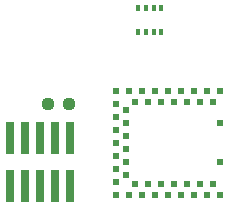
<source format=gbr>
%TF.GenerationSoftware,KiCad,Pcbnew,7.0.8*%
%TF.CreationDate,2024-06-12T17:23:09-04:00*%
%TF.ProjectId,BLERoomSensore,424c4552-6f6f-46d5-9365-6e736f72652e,rev?*%
%TF.SameCoordinates,Original*%
%TF.FileFunction,Paste,Top*%
%TF.FilePolarity,Positive*%
%FSLAX46Y46*%
G04 Gerber Fmt 4.6, Leading zero omitted, Abs format (unit mm)*
G04 Created by KiCad (PCBNEW 7.0.8) date 2024-06-12 17:23:09*
%MOMM*%
%LPD*%
G01*
G04 APERTURE LIST*
G04 Aperture macros list*
%AMRoundRect*
0 Rectangle with rounded corners*
0 $1 Rounding radius*
0 $2 $3 $4 $5 $6 $7 $8 $9 X,Y pos of 4 corners*
0 Add a 4 corners polygon primitive as box body*
4,1,4,$2,$3,$4,$5,$6,$7,$8,$9,$2,$3,0*
0 Add four circle primitives for the rounded corners*
1,1,$1+$1,$2,$3*
1,1,$1+$1,$4,$5*
1,1,$1+$1,$6,$7*
1,1,$1+$1,$8,$9*
0 Add four rect primitives between the rounded corners*
20,1,$1+$1,$2,$3,$4,$5,0*
20,1,$1+$1,$4,$5,$6,$7,0*
20,1,$1+$1,$6,$7,$8,$9,0*
20,1,$1+$1,$8,$9,$2,$3,0*%
G04 Aperture macros list end*
%ADD10R,0.508000X0.508000*%
%ADD11RoundRect,0.237500X-0.250000X-0.237500X0.250000X-0.237500X0.250000X0.237500X-0.250000X0.237500X0*%
%ADD12R,0.740000X2.790000*%
%ADD13R,0.350000X0.500000*%
G04 APERTURE END LIST*
D10*
%TO.C,U3*%
X150686001Y-78302401D03*
X149586001Y-78302401D03*
X148486001Y-78302401D03*
X147386000Y-78302401D03*
X146286000Y-78302401D03*
X145186000Y-78302401D03*
X144085999Y-78302401D03*
X142985999Y-78302401D03*
X141885999Y-78302401D03*
X141886000Y-79402399D03*
X141886000Y-80502399D03*
X141886000Y-81602400D03*
X141886000Y-82702400D03*
X141886000Y-83802400D03*
X141886000Y-84902401D03*
X141886000Y-86002401D03*
X141885999Y-87102399D03*
X142985999Y-87102399D03*
X144085999Y-87102399D03*
X145186000Y-87102399D03*
X146286000Y-87102399D03*
X147386000Y-87102399D03*
X148486001Y-87102399D03*
X149586001Y-87102399D03*
X150686001Y-87102399D03*
X150136001Y-79202401D03*
X149036001Y-79202401D03*
X147936001Y-79202401D03*
X146836000Y-79202401D03*
X145736000Y-79202401D03*
X144636000Y-79202401D03*
X143535999Y-79202401D03*
X143535999Y-86202399D03*
X144636000Y-86202399D03*
X145736000Y-86202399D03*
X146836000Y-86202399D03*
X147936001Y-86202399D03*
X149036001Y-86202399D03*
X150136001Y-86202399D03*
X142786000Y-79952399D03*
X142786000Y-81052399D03*
X142786000Y-82152400D03*
X142786000Y-83252400D03*
X142786000Y-84352400D03*
X142786000Y-85452401D03*
X150686001Y-81052400D03*
X150686001Y-84352400D03*
%TD*%
D11*
%TO.C,R1*%
X136145900Y-79375000D03*
X137970900Y-79375000D03*
%TD*%
D12*
%TO.C,J1*%
X137998200Y-82245200D03*
X137998200Y-86315200D03*
X136728200Y-82245200D03*
X136728200Y-86315200D03*
X135458200Y-82245200D03*
X135458200Y-86315200D03*
X134188200Y-82245200D03*
X134188200Y-86315200D03*
X132918200Y-82245200D03*
X132918200Y-86315200D03*
%TD*%
D13*
%TO.C,U2*%
X145755000Y-73288000D03*
X145105000Y-73288000D03*
X144455000Y-73288000D03*
X143805000Y-73288000D03*
X143805000Y-71238000D03*
X144455000Y-71238000D03*
X145105000Y-71238000D03*
X145755000Y-71238000D03*
%TD*%
M02*

</source>
